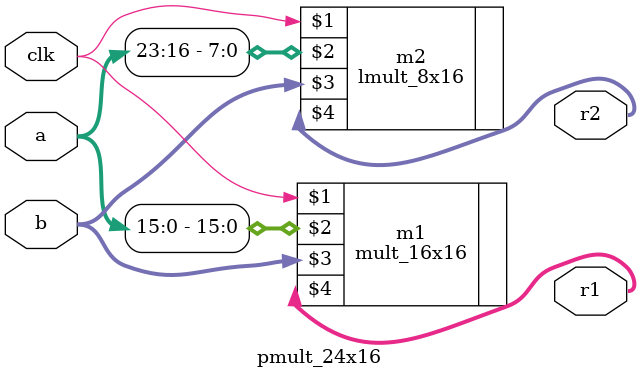
<source format=v>
`timescale 1ns / 1ps


module pmult_24x16(
input wire clk,
input wire [23:0] a,
input wire [15:0] b,
output wire [31:0] r1,
output wire [23:0] r2
);

(*use_dsp = "yes"*) mult_16x16 m1(clk,a[15:0],b,r1);
(*use_dsp = "yes"*) lmult_8x16 m2(clk,a[23:16],b,r2);

endmodule

</source>
